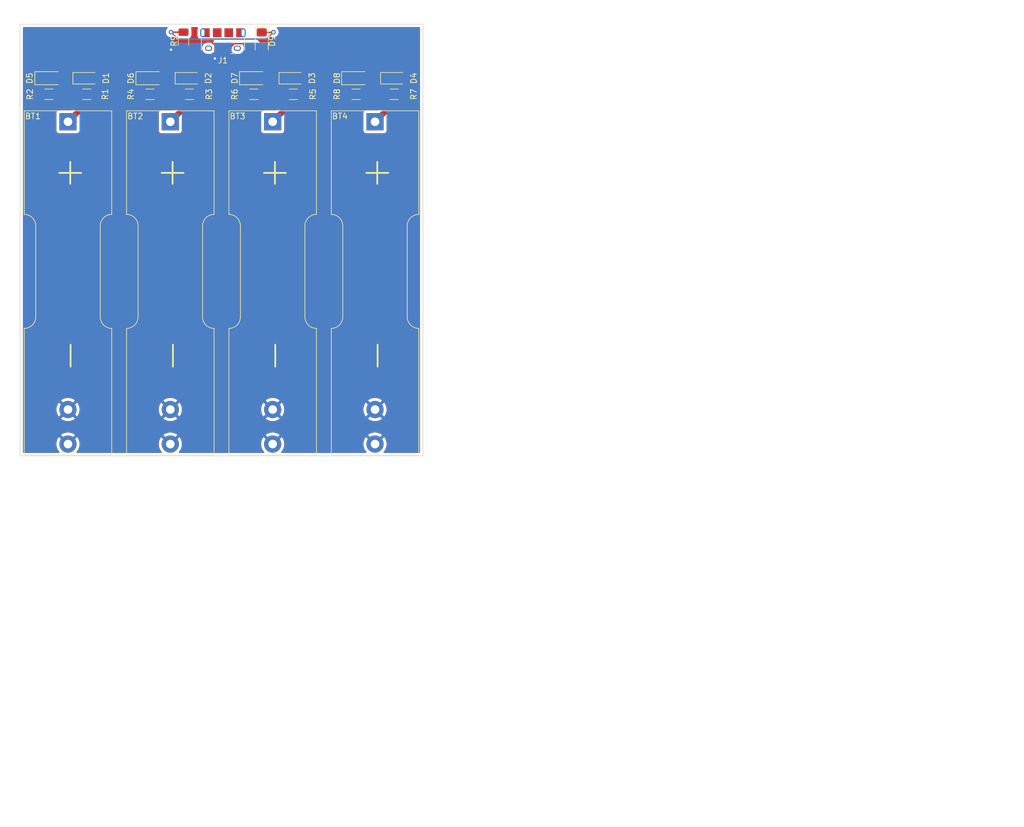
<source format=kicad_pcb>
(kicad_pcb (version 20211014) (generator pcbnew)
  (layers (0 "F.Cu" signal) (31 "B.Cu" signal) (34 "B.Paste" user) (35 "F.Paste" user) (36 "B.SilkS" user "B.Silkscreen") (37 "F.SilkS" user "F.Silkscreen") (38 "B.Mask" user) (39 "F.Mask" user) (44 "Edge.Cuts" user))
  (net 0 "")
  (net 1 "Net-(BT1-Pad1)")
  (net 2 "GND")
  (net 3 "Net-(BT2-Pad1)")
  (net 4 "Net-(BT3-Pad1)")
  (net 5 "Net-(BT4-Pad1)")
  (net 6 "Net-(D1-Pad1)")
  (net 7 "+5V")
  (net 8 "Net-(D2-Pad1)")
  (net 9 "Net-(D3-Pad1)")
  (net 10 "Net-(D4-Pad1)")
  (net 11 "Net-(D5-Pad1)")
  (net 12 "Net-(D6-Pad1)")
  (net 13 "Net-(D7-Pad1)")
  (net 14 "Net-(D8-Pad1)")
  (net 15 "Net-(D9-Pad1)")
  (footprint "Resistor_SMD:R_1206_3216Metric_Pad1.30x1.75mm_HandSolder" (layer "F.Cu") (at 129.413 67.183 180)
    (fp_text reference "R3" (at -3.429 0 90) (layer "F.SilkS"))
    (fp_text value "220R")
    (fp_line (start -0.727064 -0.91) (end 0.727064 -0.91) (layer "F.SilkS") (width 0.12))
    (fp_line (start -0.727064 0.91) (end 0.727064 0.91) (layer "F.SilkS") (width 0.12))
    (pad "1" smd roundrect (at -1.55 0 180) (size 1.3 1.75) (layers "F.Cu" "F.Paste" "F.Mask") (roundrect_rratio 0.192308) (net 8 "Net-(D2-Pad1)"))
    (pad "2" smd roundrect (at 1.55 0 180) (size 1.3 1.75) (layers "F.Cu" "F.Paste" "F.Mask") (roundrect_rratio 0.192308) (net 3 "Net-(BT2-Pad1)"))
  )
  (footprint "LED_SMD:LED_1206_3216Metric_Pad1.42x1.75mm_HandSolder" (layer "F.Cu") (at 122.5915 64.389)
    (fp_text reference "D6" (at -3.3385 0 90) (layer "F.SilkS"))
    (fp_text value "RED LED")
    (fp_line (start 1.6 -1.135) (end -2.46 -1.135) (layer "F.SilkS") (width 0.12))
    (fp_line (start -2.46 -1.135) (end -2.46 1.135) (layer "F.SilkS") (width 0.12))
    (fp_line (start -2.46 1.135) (end 1.6 1.135) (layer "F.SilkS") (width 0.12))
    (pad "1" smd roundrect (at -1.4875 0) (size 1.425 1.75) (layers "F.Cu" "F.Paste" "F.Mask") (roundrect_rratio 0.175439) (net 12 "Net-(D6-Pad1)"))
    (pad "2" smd roundrect (at 1.4875 0) (size 1.425 1.75) (layers "F.Cu" "F.Paste" "F.Mask") (roundrect_rratio 0.175439) (net 8 "Net-(D2-Pad1)"))
  )
  (footprint "Resistor_SMD:R_1206_3216Metric_Pad1.30x1.75mm_HandSolder" (layer "F.Cu") (at 158.395 67.183)
    (fp_text reference "R8" (at -3.328 0 90) (layer "F.SilkS"))
    (fp_text value "220R")
    (fp_line (start -0.727064 0.91) (end 0.727064 0.91) (layer "F.SilkS") (width 0.12))
    (fp_line (start -0.727064 -0.91) (end 0.727064 -0.91) (layer "F.SilkS") (width 0.12))
    (pad "1" smd roundrect (at -1.55 0) (size 1.3 1.75) (layers "F.Cu" "F.Paste" "F.Mask") (roundrect_rratio 0.192308) (net 14 "Net-(D8-Pad1)"))
    (pad "2" smd roundrect (at 1.55 0) (size 1.3 1.75) (layers "F.Cu" "F.Paste" "F.Mask") (roundrect_rratio 0.192308) (net 5 "Net-(BT4-Pad1)"))
  )
  (footprint "Library:BatteryHolder_1xAAorAAA" (layer "F.Cu") (at 108.331 71.949 -90)
    (fp_text reference "BT1" (at -0.956 6.096) (layer "F.SilkS"))
    (fp_text value "Battery_Cell")
    (fp_text user "+" (at 8.89 0 90) (layer "F.SilkS") (effects (font (size 5 5) (thickness 0.3))))
    (fp_text user "-" (at 40.64 -0.06 90) (layer "F.SilkS") (effects (font (size 5 5) (thickness 0.3))))
    (fp_line (start 33.9 5.6) (end 18.1 5.6) (layer "F.SilkS") (width 0.12))
    (fp_line (start 35.9 7.6) (end 57.9 7.6) (layer "F.SilkS") (width 0.12))
    (fp_line (start 18.1 -5.6) (end 33.9 -5.6) (layer "F.SilkS") (width 0.12))
    (fp_line (start -1.9 -7.6) (end 16.1 -7.6) (layer "F.SilkS") (width 0.12))
    (fp_line (start -1.9 7.6) (end 16.1 7.6) (layer "F.SilkS") (width 0.12))
    (fp_line (start -1.9 -7.6) (end -1.9 7.6) (layer "F.SilkS") (width 0.12))
    (fp_line (start 57.9 -7.6) (end 57.9 7.6) (layer "F.SilkS") (width 0.12))
    (fp_line (start 35.9 -7.6) (end 57.9 -7.6) (layer "F.SilkS") (width 0.12))
    (fp_arc (start 35.9 -7.6) (mid 35.314214 -6.185786) (end 33.9 -5.6) (layer "F.SilkS") (width 0.12))
    (fp_arc (start 33.9 5.6) (mid 35.314214 6.185786) (end 35.9 7.6) (layer "F.SilkS") (width 0.12))
    (fp_arc (start 18.1 -5.6) (mid 16.685786 -6.185786) (end 16.1 -7.6) (layer "F.SilkS") (width 0.12))
    (fp_arc (start 16.1 7.6) (mid 16.685786 6.185786) (end 18.1 5.6) (layer "F.SilkS") (width 0.12))
    (pad "1" thru_hole rect (at 0 0 90) (size 3 3) (drill 1.5) (layers *.Cu *.Mask) (net 1 "Net-(BT1-Pad1)"))
    (pad "2" thru_hole circle (at 50 0 90) (size 3 3) (drill 1.5) (layers *.Cu *.Mask) (net 2 "GND"))
    (pad "2" thru_hole circle (at 56 0 90) (size 3 3) (drill 1.5) (layers *.Cu *.Mask) (net 2 "GND"))
  )
  (footprint "LED_SMD:LED_1206_3216Metric_Pad1.42x1.75mm_HandSolder" (layer "F.Cu") (at 158.3325 64.389)
    (fp_text reference "D8" (at -3.2655 0 90) (layer "F.SilkS"))
    (fp_text value "RED LED")
    (fp_line (start 1.6 -1.135) (end -2.46 -1.135) (layer "F.SilkS") (width 0.12))
    (fp_line (start -2.46 -1.135) (end -2.46 1.135) (layer "F.SilkS") (width 0.12))
    (fp_line (start -2.46 1.135) (end 1.6 1.135) (layer "F.SilkS") (width 0.12))
    (pad "1" smd roundrect (at -1.4875 0) (size 1.425 1.75) (layers "F.Cu" "F.Paste" "F.Mask") (roundrect_rratio 0.175439) (net 14 "Net-(D8-Pad1)"))
    (pad "2" smd roundrect (at 1.4875 0) (size 1.425 1.75) (layers "F.Cu" "F.Paste" "F.Mask") (roundrect_rratio 0.175439) (net 10 "Net-(D4-Pad1)"))
  )
  (footprint "Resistor_SMD:R_1206_3216Metric_Pad1.30x1.75mm_HandSolder" (layer "F.Cu") (at 164.999 67.183 180)
    (fp_text reference "R7" (at -3.403 0 90) (layer "F.SilkS"))
    (fp_text value "220R")
    (fp_line (start -0.727064 -0.91) (end 0.727064 -0.91) (layer "F.SilkS") (width 0.12))
    (fp_line (start -0.727064 0.91) (end 0.727064 0.91) (layer "F.SilkS") (width 0.12))
    (pad "1" smd roundrect (at -1.55 0 180) (size 1.3 1.75) (layers "F.Cu" "F.Paste" "F.Mask") (roundrect_rratio 0.192308) (net 10 "Net-(D4-Pad1)"))
    (pad "2" smd roundrect (at 1.55 0 180) (size 1.3 1.75) (layers "F.Cu" "F.Paste" "F.Mask") (roundrect_rratio 0.192308) (net 5 "Net-(BT4-Pad1)"))
  )
  (footprint "Resistor_SMD:R_1206_3216Metric_Pad1.30x1.75mm_HandSolder" (layer "F.Cu") (at 140.615 67.183)
    (fp_text reference "R6" (at -3.328 0 90) (layer "F.SilkS"))
    (fp_text value "220R")
    (fp_line (start -0.727064 0.91) (end 0.727064 0.91) (layer "F.SilkS") (width 0.12))
    (fp_line (start -0.727064 -0.91) (end 0.727064 -0.91) (layer "F.SilkS") (width 0.12))
    (pad "1" smd roundrect (at -1.55 0) (size 1.3 1.75) (layers "F.Cu" "F.Paste" "F.Mask") (roundrect_rratio 0.192308) (net 13 "Net-(D7-Pad1)"))
    (pad "2" smd roundrect (at 1.55 0) (size 1.3 1.75) (layers "F.Cu" "F.Paste" "F.Mask") (roundrect_rratio 0.192308) (net 4 "Net-(BT3-Pad1)"))
  )
  (footprint "LED_SMD:LED_1206_3216Metric_Pad1.42x1.75mm_HandSolder" (layer "F.Cu") (at 140.589 64.389)
    (fp_text reference "D7" (at -3.302 0 90) (layer "F.SilkS"))
    (fp_text value "RED LED")
    (fp_line (start -2.46 -1.135) (end -2.46 1.135) (layer "F.SilkS") (width 0.12))
    (fp_line (start -2.46 1.135) (end 1.6 1.135) (layer "F.SilkS") (width 0.12))
    (fp_line (start 1.6 -1.135) (end -2.46 -1.135) (layer "F.SilkS") (width 0.12))
    (pad "1" smd roundrect (at -1.4875 0) (size 1.425 1.75) (layers "F.Cu" "F.Paste" "F.Mask") (roundrect_rratio 0.175439) (net 13 "Net-(D7-Pad1)"))
    (pad "2" smd roundrect (at 1.4875 0) (size 1.425 1.75) (layers "F.Cu" "F.Paste" "F.Mask") (roundrect_rratio 0.175439) (net 9 "Net-(D3-Pad1)"))
  )
  (footprint "Library:BatteryHolder_1xAAorAAA" (layer "F.Cu") (at 143.891 71.949 -90)
    (fp_text reference "BT3" (at -0.956 6.096) (layer "F.SilkS"))
    (fp_text value "Battery_Cell")
    (fp_text user "+" (at 8.89 0 90) (layer "F.SilkS") (effects (font (size 5 5) (thickness 0.3))))
    (fp_text user "-" (at 40.64 -0.06 90) (layer "F.SilkS") (effects (font (size 5 5) (thickness 0.3))))
    (fp_line (start 57.9 -7.6) (end 57.9 7.6) (layer "F.SilkS") (width 0.12))
    (fp_line (start -1.9 7.6) (end 16.1 7.6) (layer "F.SilkS") (width 0.12))
    (fp_line (start -1.9 -7.6) (end 16.1 -7.6) (layer "F.SilkS") (width 0.12))
    (fp_line (start 18.1 -5.6) (end 33.9 -5.6) (layer "F.SilkS") (width 0.12))
    (fp_line (start 33.9 5.6) (end 18.1 5.6) (layer "F.SilkS") (width 0.12))
    (fp_line (start 35.9 -7.6) (end 57.9 -7.6) (layer "F.SilkS") (width 0.12))
    (fp_line (start 35.9 7.6) (end 57.9 7.6) (layer "F.SilkS") (width 0.12))
    (fp_line (start -1.9 -7.6) (end -1.9 7.6) (layer "F.SilkS") (width 0.12))
    (fp_arc (start 16.1 7.6) (mid 16.685786 6.185786) (end 18.1 5.6) (layer "F.SilkS") (width 0.12))
    (fp_arc (start 33.9 5.6) (mid 35.314214 6.185786) (end 35.9 7.6) (layer "F.SilkS") (width 0.12))
    (fp_arc (start 35.9 -7.6) (mid 35.314214 -6.185786) (end 33.9 -5.6) (layer "F.SilkS") (width 0.12))
    (fp_arc (start 18.1 -5.6) (mid 16.685786 -6.185786) (end 16.1 -7.6) (layer "F.SilkS") (width 0.12))
    (pad "1" thru_hole rect (at 0 0 90) (size 3 3) (drill 1.5) (layers *.Cu *.Mask) (net 4 "Net-(BT3-Pad1)"))
    (pad "2" thru_hole circle (at 56 0 90) (size 3 3) (drill 1.5) (layers *.Cu *.Mask) (net 2 "GND"))
    (pad "2" thru_hole circle (at 50 0 90) (size 3 3) (drill 1.5) (layers *.Cu *.Mask) (net 2 "GND"))
  )
  (footprint "Library:BatteryHolder_1xAAorAAA" (layer "F.Cu") (at 126.111 71.949 -90)
    (fp_text reference "BT2" (at -0.956 6.096) (layer "F.SilkS"))
    (fp_text value "Battery_Cell")
    (fp_text user "-" (at 40.64 -0.06 90) (layer "F.SilkS") (effects (font (size 5 5) (thickness 0.3))))
    (fp_text user "+" (at 8.89 0 90) (layer "F.SilkS") (effects (font (size 5 5) (thickness 0.3))))
    (fp_line (start -1.9 -7.6) (end -1.9 7.6) (layer "F.SilkS") (width 0.12))
    (fp_line (start 35.9 -7.6) (end 57.9 -7.6) (layer "F.SilkS") (width 0.12))
    (fp_line (start -1.9 7.6) (end 16.1 7.6) (layer "F.SilkS") (width 0.12))
    (fp_line (start 35.9 7.6) (end 57.9 7.6) (layer "F.SilkS") (width 0.12))
    (fp_line (start 33.9 5.6) (end 18.1 5.6) (layer "F.SilkS") (width 0.12))
    (fp_line (start -1.9 -7.6) (end 16.1 -7.6) (layer "F.SilkS") (width 0.12))
    (fp_line (start 18.1 -5.6) (end 33.9 -5.6) (layer "F.SilkS") (width 0.12))
    (fp_line (start 57.9 -7.6) (end 57.9 7.6) (layer "F.SilkS") (width 0.12))
    (fp_arc (start 35.9 -7.6) (mid 35.314214 -6.185786) (end 33.9 -5.6) (layer "F.SilkS") (width 0.12))
    (fp_arc (start 33.9 5.6) (mid 35.314214 6.185786) (end 35.9 7.6) (layer "F.SilkS") (width 0.12))
    (fp_arc (start 16.1 7.6) (mid 16.685786 6.185786) (end 18.1 5.6) (layer "F.SilkS") (width 0.12))
    (fp_arc (start 18.1 -5.6) (mid 16.685786 -6.185786) (end 16.1 -7.6) (layer "F.SilkS") (width 0.12))
    (pad "1" thru_hole rect (at 0 0 90) (size 3 3) (drill 1.5) (layers *.Cu *.Mask) (net 3 "Net-(BT2-Pad1)"))
    (pad "2" thru_hole circle (at 56 0 90) (size 3 3) (drill 1.5) (layers *.Cu *.Mask) (net 2 "GND"))
    (pad "2" thru_hole circle (at 50 0 90) (size 3 3) (drill 1.5) (layers *.Cu *.Mask) (net 2 "GND"))
  )
  (footprint "Resistor_SMD:R_1206_3216Metric_Pad1.30x1.75mm_HandSolder" (layer "F.Cu") (at 147.473 67.183 180)
    (fp_text reference "R5" (at -3.403 0 90) (layer "F.SilkS"))
    (fp_text value "220R")
    (fp_line (start -0.727064 -0.91) (end 0.727064 -0.91) (layer "F.SilkS") (width 0.12))
    (fp_line (start -0.727064 0.91) (end 0.727064 0.91) (layer "F.SilkS") (width 0.12))
    (pad "1" smd roundrect (at -1.55 0 180) (size 1.3 1.75) (layers "F.Cu" "F.Paste" "F.Mask") (roundrect_rratio 0.192308) (net 9 "Net-(D3-Pad1)"))
    (pad "2" smd roundrect (at 1.55 0 180) (size 1.3 1.75) (layers "F.Cu" "F.Paste" "F.Mask") (roundrect_rratio 0.192308) (net 4 "Net-(BT3-Pad1)"))
  )
  (footprint "LED_SMD:LED_1206_3216Metric_Pad1.42x1.75mm_HandSolder" (layer "F.Cu") (at 105.029 64.389)
    (fp_text reference "D5" (at -3.3645 0 90) (layer "F.SilkS"))
    (fp_text value "RED LED")
    (fp_line (start 1.6 -1.135) (end -2.46 -1.135) (layer "F.SilkS") (width 0.12))
    (fp_line (start -2.46 1.135) (end 1.6 1.135) (layer "F.SilkS") (width 0.12))
    (fp_line (start -2.46 -1.135) (end -2.46 1.135) (layer "F.SilkS") (width 0.12))
    (pad "1" smd roundrect (at -1.4875 0) (size 1.425 1.75) (layers "F.Cu" "F.Paste" "F.Mask") (roundrect_rratio 0.175439) (net 11 "Net-(D5-Pad1)"))
    (pad "2" smd roundrect (at 1.4875 0) (size 1.425 1.75) (layers "F.Cu" "F.Paste" "F.Mask") (roundrect_rratio 0.175439) (net 6 "Net-(D1-Pad1)"))
  )
  (footprint "Library:BatteryHolder_1xAAorAAA" (layer "F.Cu") (at 161.671 71.949 -90)
    (fp_text reference "BT4" (at -0.956 6.096) (layer "F.SilkS"))
    (fp_text value "Battery_Cell")
    (fp_text user "-" (at 40.64 -0.06 90) (layer "F.SilkS") (effects (font (size 5 5) (thickness 0.3))))
    (fp_text user "+" (at 8.89 0 90) (layer "F.SilkS") (effects (font (size 5 5) (thickness 0.3))))
    (fp_line (start 57.9 -7.6) (end 57.9 7.6) (layer "F.SilkS") (width 0.12))
    (fp_line (start 18.1 -5.6) (end 33.9 -5.6) (layer "F.SilkS") (width 0.12))
    (fp_line (start -1.9 -7.6) (end 16.1 -7.6) (layer "F.SilkS") (width 0.12))
    (fp_line (start -1.9 7.6) (end 16.1 7.6) (layer "F.SilkS") (width 0.12))
    (fp_line (start 35.9 -7.6) (end 57.9 -7.6) (layer "F.SilkS") (width 0.12))
    (fp_line (start 33.9 5.6) (end 18.1 5.6) (layer "F.SilkS") (width 0.12))
    (fp_line (start -1.9 -7.6) (end -1.9 7.6) (layer "F.SilkS") (width 0.12))
    (fp_line (start 35.9 7.6) (end 57.9 7.6) (layer "F.SilkS") (width 0.12))
    (fp_arc (start 33.9 5.6) (mid 35.314214 6.185786) (end 35.9 7.6) (layer "F.SilkS") (width 0.12))
    (fp_arc (start 35.9 -7.6) (mid 35.314214 -6.185786) (end 33.9 -5.6) (layer "F.SilkS") (width 0.12))
    (fp_arc (start 18.1 -5.6) (mid 16.685786 -6.185786) (end 16.1 -7.6) (layer "F.SilkS") (width 0.12))
    (fp_arc (start 16.1 7.6) (mid 16.685786 6.185786) (end 18.1 5.6) (layer "F.SilkS") (width 0.12))
    (pad "1" thru_hole rect (at 0 0 90) (size 3 3) (drill 1.5) (layers *.Cu *.Mask) (net 5 "Net-(BT4-Pad1)"))
    (pad "2" thru_hole circle (at 56 0 90) (size 3 3) (drill 1.5) (layers *.Cu *.Mask) (net 2 "GND"))
    (pad "2" thru_hole circle (at 50 0 90) (size 3 3) (drill 1.5) (layers *.Cu *.Mask) (net 2 "GND"))
  )
  (footprint "Diode_SMD:D_SOD-123F" (layer "F.Cu") (at 164.849 64.389)
    (fp_text reference "D4" (at 3.553 0 90) (layer "F.SilkS"))
    (fp_text value "1N4007")
    (fp_line (start -2.2 -1) (end -2.2 1) (layer "F.SilkS") (width 0.12))
    (fp_line (start -2.2 1) (end 1.65 1) (layer "F.SilkS") (width 0.12))
    (fp_line (start -2.2 -1) (end 1.65 -1) (layer "F.SilkS") (width 0.12))
    (pad "1" smd rect (at -1.4 0) (size 1.1 1.1) (layers "F.Cu" "F.Paste" "F.Mask") (net 10 "Net-(D4-Pad1)"))
    (pad "2" smd rect (at 1.4 0) (size 1.1 1.1) (layers "F.Cu" "F.Paste" "F.Mask") (net 7 "+5V"))
  )
  (footprint "Resistor_SMD:R_1206_3216Metric_Pad1.30x1.75mm_HandSolder" (layer "F.Cu") (at 111.607 67.183 180)
    (fp_text reference "R1" (at -3.175 0 90) (layer "F.SilkS"))
    (fp_text value "220R")
    (fp_line (start -0.727064 -0.91) (end 0.727064 -0.91) (layer "F.SilkS") (width 0.12))
    (fp_line (start -0.727064 0.91) (end 0.727064 0.91) (layer "F.SilkS") (width 0.12))
    (pad "1" smd roundrect (at -1.55 0 180) (size 1.3 1.75) (layers "F.Cu" "F.Paste" "F.Mask") (roundrect_rratio 0.192308) (net 6 "Net-(D1-Pad1)"))
    (pad "2" smd roundrect (at 1.55 0 180) (size 1.3 1.75) (layers "F.Cu" "F.Paste" "F.Mask") (roundrect_rratio 0.192308) (net 1 "Net-(BT1-Pad1)"))
  )
  (footprint "Connector_USB:USB_Micro-B_Amphenol_10118194_Horizontal" (layer "F.Cu") (at 135.255 57.785 180)
    (fp_text reference "J1" (at 0 -3.5) (layer "F.SilkS"))
    (fp_text value "USB_B_Micro")
    (fp_line (start -3.76 -1.66) (end -3.34 -1.66) (layer "F.SilkS") (width 0.12))
    (fp_line (start 3.76 -1.66) (end 3.34 -1.66) (layer "F.SilkS") (width 0.12))
    (fp_line (start 3.76 2.29) (end 3.76 2.69) (layer "F.SilkS") (width 0.12))
    (fp_line (start -3.76 2.69) (end -3.76 2.29) (layer "F.SilkS") (width 0.12))
    (fp_line (start -1.76 -1.89) (end -1.76 -2.34) (layer "F.SilkS") (width 0.12))
    (fp_line (start 3.76 0.32) (end 3.76 -1.66) (layer "F.SilkS") (width 0.12))
    (fp_line (start -3.76 0.32) (end -3.76 -1.66) (layer "F.SilkS") (width 0.12))
    (fp_line (start -1.31 -2.34) (end -1.76 -2.34) (layer "F.SilkS") (width 0.12))
    (pad "1" smd rect (at -1.3 -1.4 180) (size 0.4 1.35) (layers "F.Cu" "F.Paste" "F.Mask") (net 7 "+5V"))
    (pad "2" smd rect (at -0.65 -1.4 180) (size 0.4 1.35) (layers "F.Cu" "F.Paste" "F.Mask"))
    (pad "3" smd rect (at 0 -1.4 180) (size 0.4 1.35) (layers "F.Cu" "F.Paste" "F.Mask"))
    (pad "4" smd rect (at 0.65 -1.4 180) (size 0.4 1.35) (layers "F.Cu" "F.Paste" "F.Mask"))
    (pad "5" smd rect (at 1.3 -1.4 180) (size 0.4 1.35) (layers "F.Cu" "F.Paste" "F.Mask") (net 2 "GND"))
    (pad "6" smd rect (at -1 1.3 180) (size 1.5 1.55) (layers "F.Cu" "F.Paste" "F.Mask"))
    (pad "6" smd rect (at 2.9 1.3 180) (size 1.2 1.55) (layers "F.Cu" "F.Paste" "F.Mask"))
    (pad "6" thru_hole oval (at 3.5 1.3 180) (size 0.89 1.55) (drill oval 0.5 1.15) (layers *.Cu *.Mask))
    (pad "6" smd rect (at 1 1.3 180) (size 1.5 1.55) (layers "F.Cu" "F.Paste" "F.Mask"))
    (pad "6" thru_hole oval (at -2.5 -1.4 180) (size 1.25 0.95) (drill oval 0.85 0.55) (layers *.Cu *.Mask))
    (pad "6" thru_hole oval (at 2.5 -1.4 180) (size 1.25 0.95) (drill oval 0.85 0.55) (layers *.Cu *.Mask))
    (pad "6" thru_hole oval (at -3.5 1.3 180) (size 0.89 1.55) (drill oval 0.5 1.15) (layers *.Cu *.Mask))
    (pad "6" smd rect (at -2.9 1.3 180) (size 1.2 1.55) (layers "F.Cu" "F.Paste" "F.Mask"))
  )
  (footprint "Resistor_SMD:R_1206_3216Metric_Pad1.30x1.75mm_HandSolder" (layer "F.Cu") (at 105.029 67.183)
    (fp_text reference "R2" (at -3.302 0 90) (layer "F.SilkS"))
    (fp_text value "220R")
    (fp_line (start -0.727064 -0.91) (end 0.727064 -0.91) (layer "F.SilkS") (width 0.12))
    (fp_line (start -0.727064 0.91) (end 0.727064 0.91) (layer "F.SilkS") (width 0.12))
    (pad "1" smd roundrect (at -1.55 0) (size 1.3 1.75) (layers "F.Cu" "F.Paste" "F.Mask") (roundrect_rratio 0.192308) (net 11 "Net-(D5-Pad1)"))
    (pad "2" smd roundrect (at 1.55 0) (size 1.3 1.75) (layers "F.Cu" "F.Paste" "F.Mask") (roundrect_rratio 0.192308) (net 1 "Net-(BT1-Pad1)"))
  )
  (footprint "Diode_SMD:D_SOD-123F" (layer "F.Cu") (at 147.193 64.389)
    (fp_text reference "D3" (at 3.556 0 90) (layer "F.SilkS"))
    (fp_text value "1N4007")
    (fp_line (start -2.2 -1) (end 1.65 -1) (layer "F.SilkS") (width 0.12))
    (fp_line (start -2.2 -1) (end -2.2 1) (layer "F.SilkS") (width 0.12))
    (fp_line (start -2.2 1) (end 1.65 1) (layer "F.SilkS") (width 0.12))
    (pad "1" smd rect (at -1.4 0) (size 1.1 1.1) (layers "F.Cu" "F.Paste" "F.Mask") (net 9 "Net-(D3-Pad1)"))
    (pad "2" smd rect (at 1.4 0) (size 1.1 1.1) (layers "F.Cu" "F.Paste" "F.Mask") (net 7 "+5V"))
  )
  (footprint "Resistor_SMD:R_1206_3216Metric_Pad1.30x1.75mm_HandSolder" (layer "F.Cu") (at 122.581 67.183)
    (fp_text reference "R4" (at -3.328 0 90) (layer "F.SilkS"))
    (fp_text value "220R")
    (fp_line (start -0.727064 0.91) (end 0.727064 0.91) (layer "F.SilkS") (width 0.12))
    (fp_line (start -0.727064 -0.91) (end 0.727064 -0.91) (layer "F.SilkS") (width 0.12))
    (pad "1" smd roundrect (at -1.55 0) (size 1.3 1.75) (layers "F.Cu" "F.Paste" "F.Mask") (roundrect_rratio 0.192308) (net 12 "Net-(D6-Pad1)"))
    (pad "2" smd roundrect (at 1.55 0) (size 1.3 1.75) (layers "F.Cu" "F.Paste" "F.Mask") (roundrect_rratio 0.192308) (net 3 "Net-(BT2-Pad1)"))
  )
  (footprint "LED_SMD:LED_1206_3216Metric_Pad1.42x1.75mm_HandSolder" (layer "F.Cu") (at 141.986 57.912 -90)
    (fp_text reference "D9" (at 0 -1.82 90) (layer "F.SilkS"))
    (fp_text value "GREEN LED")
    (fp_line (start -2.46 -1.135) (end -2.46 1.135) (layer "F.SilkS") (width 0.12))
    (fp_line (start 1.6 -1.135) (end -2.46 -1.135) (layer "F.SilkS") (width 0.12))
    (fp_line (start -2.46 1.135) (end 1.6 1.135) (layer "F.SilkS") (width 0.12))
    (pad "1" smd roundrect (at -1.4875 0 270) (size 1.425 1.75) (layers "F.Cu" "F.Paste" "F.Mask") (roundrect_rratio 0.175439) (net 15 "Net-(D9-Pad1)"))
    (pad "2" smd roundrect (at 1.4875 0 270) (size 1.425 1.75) (layers "F.Cu" "F.Paste" "F.Mask") (roundrect_rratio 0.175439) (net 7 "+5V"))
  )
  (footprint "Diode_SMD:D_SOD-123F" (layer "F.Cu") (at 129.159 64.389)
    (fp_text reference "D2" (at 3.556 0 90) (layer "F.SilkS"))
    (fp_text value "1N4007")
    (fp_line (start -2.2 -1) (end -2.2 1) (layer "F.SilkS") (width 0.12))
    (fp_line (start -2.2 1) (end 1.65 1) (layer "F.SilkS") (width 0.12))
    (fp_line (start -2.2 -1) (end 1.65 -1) (layer "F.SilkS") (width 0.12))
    (pad "1" smd rect (at -1.4 0) (size 1.1 1.1) (layers "F.Cu" "F.Paste" "F.Mask") (net 8 "Net-(D2-Pad1)"))
    (pad "2" smd rect (at 1.4 0) (size 1.1 1.1) (layers "F.Cu" "F.Paste" "F.Mask") (net 7 "+5V"))
  )
  (footprint "Resistor_SMD:R_1206_3216Metric_Pad1.30x1.75mm_HandSolder" (layer "F.Cu") (at 128.397 57.938 -90)
    (fp_text reference "R9" (at -0.026 1.651 90) (layer "F.SilkS"))
    (fp_text value "470R")
    (fp_line (start -0.727064 0.91) (end 0.727064 0.91) (layer "F.SilkS") (width 0.12))
    (fp_line (start -0.727064 -0.91) (end 0.727064 -0.91) (layer "F.SilkS") (width 0.12))
    (pad "1" smd roundrect (at -1.55 0 270) (size 1.3 1.75) (layers "F.Cu" "F.Paste" "F.Mask") (roundrect_rratio 0.192308) (net 15 "Net-(D9-Pad1)"))
    (pad "2" smd roundrect (at 1.55 0 270) (size 1.3 1.75) (layers "F.Cu" "F.Paste" "F.Mask") (roundrect_rratio 0.192308) (net 2 "GND"))
  )
  (footprint "Diode_SMD:D_SOD-123F" (layer "F.Cu") (at 111.379 64.389)
    (fp_text reference "D1" (at 3.556 0 90) (layer "F.SilkS"))
    (fp_text value "1N4007")
    (fp_line (start -2.2 -1) (end -2.2 1) (layer "F.SilkS") (width 0.12))
    (fp_line (start -2.2 -1) (end 1.65 -1) (layer "F.SilkS") (width 0.12))
    (fp_line (start -2.2 1) (end 1.65 1) (layer "F.SilkS") (width 0.12))
    (pad "1" smd rect (at -1.4 0) (size 1.1 1.1) (layers "F.Cu" "F.Paste" "F.Mask") (net 6 "Net-(D1-Pad1)"))
    (pad "2" smd rect (at 1.4 0) (size 1.1 1.1) (layers "F.Cu" "F.Paste" "F.Mask") (net 7 "+5V"))
  )
  (gr_line (start 170 55) (end 100 55) (layer "Edge.Cuts") (width 0.1))
  (gr_line (start 100 130) (end 170 130) (layer "Edge.Cuts") (width 0.1))
  (gr_line (start 170 55) (end 170 130) (layer "Edge.Cuts") (width 0.1))
  (gr_line (start 100 55) (end 100 130) (layer "Edge.Cuts") (width 0.1))
  (segment (start 110.057 70.223) (end 108.331 71.949) (width 1) (layer "F.Cu") (net 1))
  (segment (start 106.579 67.183) (end 110.057 67.183) (width 1) (layer "F.Cu") (net 1))
  (segment (start 110.057 67.183) (end 110.057 70.223) (width 1) (layer "F.Cu") (net 1))
  (segment (start 133.955 60.863) (end 133.858 60.96) (width 0.25) (layer "F.Cu") (net 2))
  (segment (start 126.29 59.488) (end 126.238 59.436) (width 0.25) (layer "F.Cu") (net 2))
  (segment (start 133.955 58.771) (end 133.35 58.166) (width 0.25) (layer "F.Cu") (net 2))
  (segment (start 133.955 59.185) (end 133.955 60.863) (width 0.25) (layer "F.Cu") (net 2))
  (segment (start 133.955 59.185) (end 133.955 58.771) (width 0.25) (layer "F.Cu") (net 2))
  (segment (start 128.397 59.488) (end 126.29 59.488) (width 0.25) (layer "F.Cu") (net 2))
  (via (at 126.238 59.436) (size 0.8) (drill 0.4) (layers "F.Cu" "B.Cu") (net 2))
  (via (at 133.858 60.96) (size 0.8) (drill 0.4) (layers "F.Cu" "B.Cu") (net 2))
  (segment (start 127.863 70.197) (end 126.111 71.949) (width 1) (layer "F.Cu") (net 3))
  (segment (start 124.131 67.183) (end 127.863 67.183) (width 1) (layer "F.Cu") (net 3))
  (segment (start 127.863 67.183) (end 127.863 70.197) (width 1) (layer "F.Cu") (net 3))
  (segment (start 145.923 69.917) (end 143.891 71.949) (width 1) (layer "F.Cu") (net 4))
  (segment (start 142.165 67.183) (end 145.923 67.183) (width 1) (layer "F.Cu") (net 4))
  (segment (start 145.923 67.183) (end 145.923 69.917) (width 1) (layer "F.Cu") (net 4))
  (segment (start 163.449 70.171) (end 161.671 71.949) (width 1) (layer "F.Cu") (net 5))
  (segment (start 159.945 67.183) (end 163.449 67.183) (width 1) (layer "F.Cu") (net 5))
  (segment (start 163.449 67.183) (end 163.449 70.171) (width 1) (layer "F.Cu") (net 5))
  (segment (start 110.363 64.389) (end 113.157 67.183) (width 1) (layer "F.Cu") (net 6))
  (segment (start 109.979 64.389) (end 106.5165 64.389) (width 1) (layer "F.Cu") (net 6))
  (segment (start 109.979 64.389) (end 110.363 64.389) (width 1) (layer "F.Cu") (net 6))
  (segment (start 140.97198 58.38548) (end 141.986 59.3995) (width 0.25) (layer "F.Cu") (net 7))
  (segment (start 114.35352 62.81448) (end 112.779 64.389) (width 1) (layer "F.Cu") (net 7))
  (segment (start 148.593 64.389) (end 150.16752 62.81448) (width 1) (layer "F.Cu") (net 7))
  (segment (start 136.555 59.185) (end 136.555 59.025) (width 0.25) (layer "F.Cu") (net 7))
  (segment (start 128.98448 62.81448) (end 114.35352 62.81448) (width 1) (layer "F.Cu") (net 7))
  (segment (start 136.555 59.025) (end 137.19452 58.38548) (width 0.25) (layer "F.Cu") (net 7))
  (segment (start 141.986 59.3995) (end 143.6035 59.3995) (width 1) (layer "F.Cu") (net 7))
  (segment (start 136.652 60.452) (end 136.652 60.706) (width 0.5) (layer "F.Cu") (net 7))
  (segment (start 140.6795 60.706) (end 141.986 59.3995) (width 1) (layer "F.Cu") (net 7))
  (segment (start 150.16752 62.81448) (end 164.67448 62.81448) (width 1) (layer "F.Cu") (net 7))
  (segment (start 136.555 60.355) (end 136.652 60.452) (width 0.25) (layer "F.Cu") (net 7))
  (segment (start 136.555 59.185) (end 136.555 60.355) (width 0.25) (layer "F.Cu") (net 7))
  (segment (start 136.652 60.706) (end 140.6795 60.706) (width 1) (layer "F.Cu") (net 7))
  (segment (start 137.19452 58.38548) (end 140.97198 58.38548) (width 0.25) (layer "F.Cu") (net 7))
  (segment (start 164.67448 62.81448) (end 166.249 64.389) (width 1) (layer "F.Cu") (net 7))
  (segment (start 143.6035 59.3995) (end 148.593 64.389) (width 1) (layer "F.Cu") (net 7))
  (segment (start 130.559 64.389) (end 128.98448 62.81448) (width 1) (layer "F.Cu") (net 7))
  (segment (start 132.969 64.389) (end 130.559 64.389) (width 1) (layer "F.Cu") (net 7))
  (segment (start 136.652 60.706) (end 132.969 64.389) (width 1) (layer "F.Cu") (net 7))
  (segment (start 127.759 64.389) (end 124.079 64.389) (width 1) (layer "F.Cu") (net 8))
  (segment (start 127.759 64.389) (end 128.169 64.389) (width 1) (layer "F.Cu") (net 8))
  (segment (start 128.169 64.389) (end 130.963 67.183) (width 1) (layer "F.Cu") (net 8))
  (segment (start 145.793 64.389) (end 146.229 64.389) (width 1) (layer "F.Cu") (net 9))
  (segment (start 146.229 64.389) (end 149.023 67.183) (width 1) (layer "F.Cu") (net 9))
  (segment (start 145.793 64.389) (end 142.0765 64.389) (width 1) (layer "F.Cu") (net 9))
  (segment (start 163.449 64.389) (end 159.82 64.389) (width 1) (layer "F.Cu") (net 10))
  (segment (start 163.755 64.389) (end 166.549 67.183) (width 1) (layer "F.Cu") (net 10))
  (segment (start 163.449 64.389) (end 163.755 64.389) (width 1) (layer "F.Cu") (net 10))
  (segment (start 103.5415 64.389) (end 103.5415 67.1205) (width 1) (layer "F.Cu") (net 11))
  (segment (start 103.5415 67.1205) (end 103.479 67.183) (width 1) (layer "F.Cu") (net 11))
  (segment (start 121.104 67.11) (end 121.031 67.183) (width 1) (layer "F.Cu") (net 12))
  (segment (start 121.104 64.389) (end 121.104 67.11) (width 1) (layer "F.Cu") (net 12))
  (segment (start 139.1015 67.1465) (end 139.065 67.183) (width 1) (layer "F.Cu") (net 13))
  (segment (start 139.1015 64.389) (end 139.1015 67.1465) (width 1) (layer "F.Cu") (net 13))
  (segment (start 156.845 64.389) (end 156.845 67.183) (width 1) (layer "F.Cu") (net 14))
  (segment (start 143.9815 56.4245) (end 144.018 56.388) (width 0.25) (layer "F.Cu") (net 15))
  (segment (start 141.986 56.4245) (end 143.9815 56.4245) (width 0.25) (layer "F.Cu") (net 15))
  (segment (start 126.238 56.388) (end 128.397 56.388) (width 0.25) (layer "F.Cu") (net 15))
  (via (at 126.238 56.388) (size 0.8) (drill 0.4) (layers "F.Cu" "B.Cu") (net 15))
  (via (at 144.018 56.388) (size 0.8) (drill 0.4) (layers "F.Cu" "B.Cu") (net 15))
  (segment (start 142.82148 57.58452) (end 127.43452 57.58452) (width 0.25) (layer "B.Cu") (net 15))
  (segment (start 144.018 56.388) (end 142.82148 57.58452) (width 0.25) (layer "B.Cu") (net 15))
  (segment (start 127.43452 57.58452) (end 126.238 56.388) (width 0.25) (layer "B.Cu") (net 15))
  (zone (net 2) (net_name "GND") (layer "F.Cu") (connect_pads (clearance 0.508)) (min_thickness 0.254) (fill yes (thermal_gap 0.508) (thermal_bridge_width 0.508))
    (polygon (pts (xy 172.72 132.08) (xy 96.52 132.08) (xy 96.52 50.8) (xy 172.72 50.8)))
  )
  (zone (net 2) (net_name "GND") (layer "B.Cu") (connect_pads (clearance 0.508)) (min_thickness 0.254) (fill yes (thermal_gap 0.508) (thermal_bridge_width 0.508))
    (polygon (pts (xy 172.72 132.08) (xy 96.52 132.08) (xy 96.52 50.8) (xy 172.72 50.8)))
  )
)
</source>
